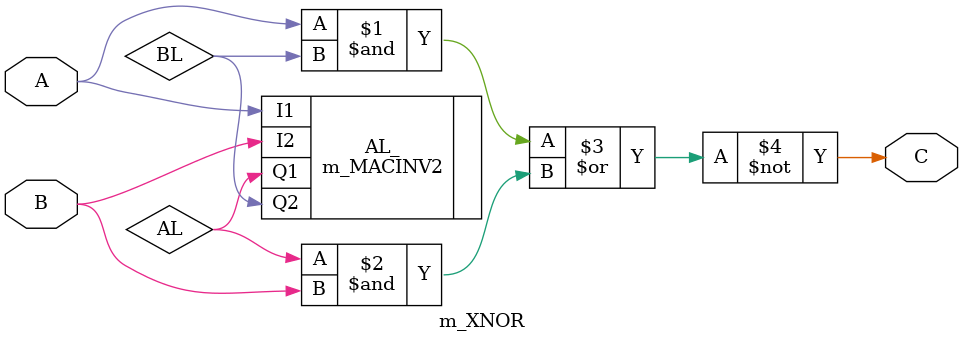
<source format=sv>
module m_XNOR                                                                   //[LEGO.NET:00088] MODULE XNOR;
(                                                                               //[LEGO.NET:00088] MODULE XNOR;

    input    A,                                                                 //[LEGO.NET:00090] INPUTS	A,B;
    input    B,                                                                 //[LEGO.NET:00090] INPUTS	A,B;
    output    C                                                                 //[LEGO.NET:00091] OUTPUTS	C;
);                                                                              //[LEGO.NET:00088] MODULE XNOR;
                                                                                //[LEGO.NET:00092] LEVEL FUNCTION;
wire AL;                                                                        //[LEGO.NET:00095] AL_(AL,BL) = MACINV2(A,B);
wire BL;                                                                        //[LEGO.NET:00095] AL_(AL,BL) = MACINV2(A,B);

m_MACINV2 AL_ (.I1(A),.I2(B),.Q1(AL),.Q2(BL));                                  //[LEGO.NET:00095] AL_(AL,BL) = MACINV2(A,B);
assign C = ~((A & BL)|(AL & B));                                                //[LEGO.NET:00096] C_(C) = AO2A(A,BL,AL,B);

endmodule                                                                       //[LEGO.NET:00098] END MODULE;

</source>
